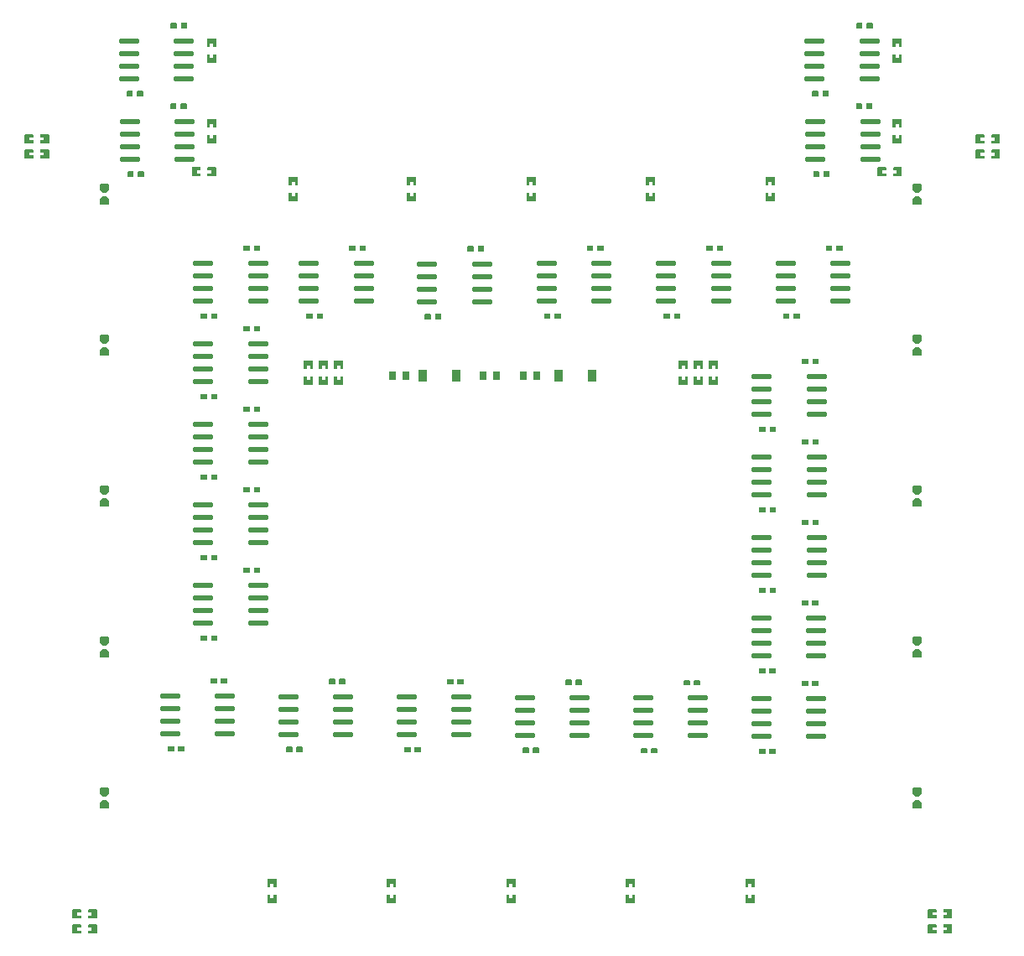
<source format=gtp>
G04 Layer: TopPasteMaskLayer*
G04 EasyEDA v6.5.29, 2023-07-19 21:41:10*
G04 ede76849b6084053bf44eed2514c4286,5a6b42c53f6a479593ecc07194224c93,10*
G04 Gerber Generator version 0.2*
G04 Scale: 100 percent, Rotated: No, Reflected: No *
G04 Dimensions in millimeters *
G04 leading zeros omitted , absolute positions ,4 integer and 5 decimal *
%FSLAX45Y45*%
%MOMM*%

%ADD10O,2.0450048X0.58801*%
%ADD11R,0.8000X0.9000*%
%ADD12R,0.9500X1.1500*%

%LPD*%
G36*
X3490620Y8125459D02*
G01*
X3485591Y8120481D01*
X3485591Y8040471D01*
X3490620Y8035493D01*
X3513378Y8035493D01*
X3513378Y8072475D01*
X3546398Y8072475D01*
X3546398Y8035493D01*
X3570579Y8035493D01*
X3575608Y8040471D01*
X3575608Y8120481D01*
X3570579Y8125459D01*
G37*
G36*
X3490620Y7965490D02*
G01*
X3485591Y7960512D01*
X3485591Y7881467D01*
X3490620Y7876489D01*
X3570579Y7876489D01*
X3575608Y7881467D01*
X3575608Y7960512D01*
X3570579Y7965490D01*
X3546398Y7965490D01*
X3546398Y7927492D01*
X3513378Y7927492D01*
X3513378Y7965490D01*
G37*
G36*
X3643020Y8125459D02*
G01*
X3637991Y8120481D01*
X3637991Y8040471D01*
X3643020Y8035493D01*
X3665778Y8035493D01*
X3665778Y8072475D01*
X3698798Y8072475D01*
X3698798Y8035493D01*
X3722979Y8035493D01*
X3728008Y8040471D01*
X3728008Y8120481D01*
X3722979Y8125459D01*
G37*
G36*
X3643020Y7965490D02*
G01*
X3637991Y7960512D01*
X3637991Y7881467D01*
X3643020Y7876489D01*
X3722979Y7876489D01*
X3728008Y7881467D01*
X3728008Y7960512D01*
X3722979Y7965490D01*
X3698798Y7965490D01*
X3698798Y7927492D01*
X3665778Y7927492D01*
X3665778Y7965490D01*
G37*
G36*
X3795420Y8125459D02*
G01*
X3790391Y8120481D01*
X3790391Y8040471D01*
X3795420Y8035493D01*
X3818178Y8035493D01*
X3818178Y8072475D01*
X3851198Y8072475D01*
X3851198Y8035493D01*
X3875379Y8035493D01*
X3880408Y8040471D01*
X3880408Y8120481D01*
X3875379Y8125459D01*
G37*
G36*
X3795420Y7965490D02*
G01*
X3790391Y7960512D01*
X3790391Y7881467D01*
X3795420Y7876489D01*
X3875379Y7876489D01*
X3880408Y7881467D01*
X3880408Y7960512D01*
X3875379Y7965490D01*
X3851198Y7965490D01*
X3851198Y7927492D01*
X3818178Y7927492D01*
X3818178Y7965490D01*
G37*
G36*
X1708962Y10035082D02*
G01*
X1703984Y10030104D01*
X1703984Y9985095D01*
X1708962Y9980066D01*
X1761947Y9980066D01*
X1766976Y9985095D01*
X1766976Y10030104D01*
X1761947Y10035082D01*
G37*
G36*
X1811985Y10035082D02*
G01*
X1806956Y10030104D01*
X1806956Y9985095D01*
X1811985Y9980066D01*
X1864969Y9980066D01*
X1869948Y9985095D01*
X1869948Y10030104D01*
X1864969Y10035082D01*
G37*
G36*
X2243785Y10720882D02*
G01*
X2238756Y10715904D01*
X2238756Y10670895D01*
X2243785Y10665866D01*
X2296769Y10665866D01*
X2301798Y10670895D01*
X2301798Y10715853D01*
X2296769Y10720882D01*
G37*
G36*
X2140762Y10720882D02*
G01*
X2135784Y10715904D01*
X2135784Y10670895D01*
X2140762Y10665866D01*
X2193798Y10665866D01*
X2198776Y10670895D01*
X2198776Y10715904D01*
X2193798Y10720882D01*
G37*
G36*
X2247493Y11533682D02*
G01*
X2242515Y11528704D01*
X2242515Y11483695D01*
X2247493Y11478717D01*
X2300478Y11478717D01*
X2305507Y11483695D01*
X2305507Y11528704D01*
X2300478Y11533682D01*
G37*
G36*
X2144522Y11533682D02*
G01*
X2139492Y11528704D01*
X2139492Y11483695D01*
X2144522Y11478717D01*
X2197506Y11478717D01*
X2202484Y11483695D01*
X2202484Y11528704D01*
X2197506Y11533682D01*
G37*
G36*
X1700022Y10847882D02*
G01*
X1694992Y10842904D01*
X1694992Y10797895D01*
X1700022Y10792917D01*
X1753006Y10792917D01*
X1757984Y10797895D01*
X1757984Y10842904D01*
X1753006Y10847882D01*
G37*
G36*
X1802993Y10847882D02*
G01*
X1798015Y10842904D01*
X1798015Y10797895D01*
X1802993Y10792917D01*
X1855978Y10792917D01*
X1861007Y10797895D01*
X1861007Y10842904D01*
X1855978Y10847882D01*
G37*
G36*
X2356967Y10077958D02*
G01*
X2351989Y10072979D01*
X2351989Y9992969D01*
X2356967Y9987991D01*
X2436977Y9987991D01*
X2441956Y9992969D01*
X2441956Y10015778D01*
X2404973Y10015778D01*
X2404973Y10048798D01*
X2441956Y10048798D01*
X2441956Y10072979D01*
X2436977Y10077958D01*
G37*
G36*
X2516987Y10077958D02*
G01*
X2511958Y10072979D01*
X2511958Y10048798D01*
X2549956Y10048798D01*
X2549956Y10015778D01*
X2511958Y10015778D01*
X2511958Y9992969D01*
X2516987Y9987991D01*
X2595981Y9987991D01*
X2600960Y9992969D01*
X2600960Y10072979D01*
X2595981Y10077958D01*
G37*
G36*
X2512669Y10563860D02*
G01*
X2507691Y10558881D01*
X2507691Y10478871D01*
X2512669Y10473893D01*
X2535478Y10473893D01*
X2535478Y10510875D01*
X2568498Y10510875D01*
X2568498Y10473893D01*
X2592679Y10473893D01*
X2597658Y10478871D01*
X2597658Y10558881D01*
X2592679Y10563860D01*
G37*
G36*
X2512669Y10403890D02*
G01*
X2507691Y10398861D01*
X2507691Y10319867D01*
X2512669Y10314889D01*
X2592679Y10314889D01*
X2597658Y10319867D01*
X2597658Y10398861D01*
X2592679Y10403890D01*
X2568498Y10403890D01*
X2568498Y10365892D01*
X2535478Y10365892D01*
X2535478Y10403890D01*
G37*
G36*
X2512669Y11376660D02*
G01*
X2507691Y11371681D01*
X2507691Y11291671D01*
X2512669Y11286693D01*
X2535478Y11286693D01*
X2535478Y11323675D01*
X2568498Y11323675D01*
X2568498Y11286693D01*
X2592679Y11286693D01*
X2597658Y11291671D01*
X2597658Y11371681D01*
X2592679Y11376660D01*
G37*
G36*
X2512669Y11216690D02*
G01*
X2507691Y11211661D01*
X2507691Y11132667D01*
X2512669Y11127689D01*
X2592679Y11127689D01*
X2597658Y11132667D01*
X2597658Y11211661D01*
X2592679Y11216690D01*
X2568498Y11216690D01*
X2568498Y11178692D01*
X2535478Y11178692D01*
X2535478Y11216690D01*
G37*
G36*
X7579969Y8125459D02*
G01*
X7574991Y8120481D01*
X7574991Y8040471D01*
X7579969Y8035493D01*
X7602778Y8035493D01*
X7602778Y8072475D01*
X7635798Y8072475D01*
X7635798Y8035493D01*
X7659979Y8035493D01*
X7665008Y8040471D01*
X7665008Y8120481D01*
X7659979Y8125459D01*
G37*
G36*
X7579969Y7965490D02*
G01*
X7574991Y7960512D01*
X7574991Y7881467D01*
X7579969Y7876489D01*
X7659979Y7876489D01*
X7665008Y7881467D01*
X7665008Y7960512D01*
X7659979Y7965490D01*
X7635798Y7965490D01*
X7635798Y7927492D01*
X7602778Y7927492D01*
X7602778Y7965490D01*
G37*
G36*
X7427569Y8125459D02*
G01*
X7422591Y8120481D01*
X7422591Y8040471D01*
X7427569Y8035493D01*
X7450378Y8035493D01*
X7450378Y8072475D01*
X7483398Y8072475D01*
X7483398Y8035493D01*
X7507579Y8035493D01*
X7512608Y8040471D01*
X7512608Y8120481D01*
X7507579Y8125459D01*
G37*
G36*
X7427569Y7965490D02*
G01*
X7422591Y7960512D01*
X7422591Y7881467D01*
X7427569Y7876489D01*
X7507579Y7876489D01*
X7512608Y7881467D01*
X7512608Y7960512D01*
X7507579Y7965490D01*
X7483398Y7965490D01*
X7483398Y7927492D01*
X7450378Y7927492D01*
X7450378Y7965490D01*
G37*
G36*
X7275169Y8125459D02*
G01*
X7270191Y8120481D01*
X7270191Y8040471D01*
X7275169Y8035493D01*
X7297978Y8035493D01*
X7297978Y8072475D01*
X7330998Y8072475D01*
X7330998Y8035493D01*
X7355179Y8035493D01*
X7360208Y8040471D01*
X7360208Y8120481D01*
X7355179Y8125459D01*
G37*
G36*
X7275169Y7965490D02*
G01*
X7270191Y7960512D01*
X7270191Y7881467D01*
X7275169Y7876489D01*
X7355179Y7876489D01*
X7360208Y7881467D01*
X7360208Y7960512D01*
X7355179Y7965490D01*
X7330998Y7965490D01*
X7330998Y7927492D01*
X7297978Y7927492D01*
X7297978Y7965490D01*
G37*
G36*
X9434169Y11376660D02*
G01*
X9429191Y11371681D01*
X9429191Y11291671D01*
X9434169Y11286693D01*
X9456978Y11286693D01*
X9456978Y11323675D01*
X9489998Y11323675D01*
X9489998Y11286693D01*
X9514179Y11286693D01*
X9519158Y11291671D01*
X9519158Y11371681D01*
X9514179Y11376660D01*
G37*
G36*
X9434169Y11216690D02*
G01*
X9429191Y11211661D01*
X9429191Y11132667D01*
X9434169Y11127689D01*
X9514179Y11127689D01*
X9519158Y11132667D01*
X9519158Y11211661D01*
X9514179Y11216690D01*
X9489998Y11216690D01*
X9489998Y11178692D01*
X9456978Y11178692D01*
X9456978Y11216690D01*
G37*
G36*
X9434169Y10563860D02*
G01*
X9429191Y10558881D01*
X9429191Y10478871D01*
X9434169Y10473893D01*
X9456978Y10473893D01*
X9456978Y10510875D01*
X9489998Y10510875D01*
X9489998Y10473893D01*
X9514179Y10473893D01*
X9519158Y10478871D01*
X9519158Y10558881D01*
X9514179Y10563860D01*
G37*
G36*
X9434169Y10403890D02*
G01*
X9429191Y10398861D01*
X9429191Y10319867D01*
X9434169Y10314889D01*
X9514179Y10314889D01*
X9519158Y10319867D01*
X9519158Y10398861D01*
X9514179Y10403890D01*
X9489998Y10403890D01*
X9489998Y10365892D01*
X9456978Y10365892D01*
X9456978Y10403890D01*
G37*
G36*
X9278467Y10077958D02*
G01*
X9273489Y10072979D01*
X9273489Y9992969D01*
X9278467Y9987991D01*
X9358477Y9987991D01*
X9363456Y9992969D01*
X9363456Y10015778D01*
X9326473Y10015778D01*
X9326473Y10048798D01*
X9363456Y10048798D01*
X9363456Y10072979D01*
X9358477Y10077958D01*
G37*
G36*
X9438487Y10077958D02*
G01*
X9433458Y10072979D01*
X9433458Y10048798D01*
X9471456Y10048798D01*
X9471456Y10015778D01*
X9433458Y10015778D01*
X9433458Y9992969D01*
X9438487Y9987991D01*
X9517481Y9987991D01*
X9522460Y9992969D01*
X9522460Y10072979D01*
X9517481Y10077958D01*
G37*
G36*
X8621522Y10847882D02*
G01*
X8616492Y10842904D01*
X8616492Y10797895D01*
X8621522Y10792917D01*
X8674506Y10792917D01*
X8679484Y10797895D01*
X8679484Y10842904D01*
X8674506Y10847882D01*
G37*
G36*
X8724493Y10847882D02*
G01*
X8719515Y10842904D01*
X8719515Y10797895D01*
X8724493Y10792917D01*
X8777478Y10792917D01*
X8782507Y10797895D01*
X8782507Y10842904D01*
X8777478Y10847882D01*
G37*
G36*
X9168993Y11533682D02*
G01*
X9164015Y11528704D01*
X9164015Y11483695D01*
X9168993Y11478717D01*
X9221978Y11478717D01*
X9227007Y11483695D01*
X9227007Y11528704D01*
X9221978Y11533682D01*
G37*
G36*
X9066022Y11533682D02*
G01*
X9060992Y11528704D01*
X9060992Y11483695D01*
X9066022Y11478717D01*
X9119006Y11478717D01*
X9123984Y11483695D01*
X9123984Y11528704D01*
X9119006Y11533682D01*
G37*
G36*
X9165285Y10720882D02*
G01*
X9160256Y10715904D01*
X9160256Y10670895D01*
X9165285Y10665866D01*
X9218269Y10665866D01*
X9223298Y10670895D01*
X9223298Y10715853D01*
X9218269Y10720882D01*
G37*
G36*
X9062262Y10720882D02*
G01*
X9057284Y10715904D01*
X9057284Y10670895D01*
X9062262Y10665866D01*
X9115298Y10665866D01*
X9120276Y10670895D01*
X9120276Y10715904D01*
X9115298Y10720882D01*
G37*
G36*
X8630462Y10035082D02*
G01*
X8625484Y10030104D01*
X8625484Y9985095D01*
X8630462Y9980066D01*
X8683447Y9980066D01*
X8688476Y9985095D01*
X8688476Y10030104D01*
X8683447Y10035082D01*
G37*
G36*
X8733485Y10035082D02*
G01*
X8728456Y10030104D01*
X8728456Y9985095D01*
X8733485Y9980066D01*
X8786469Y9980066D01*
X8791448Y9985095D01*
X8791448Y10030104D01*
X8786469Y10035082D01*
G37*
G36*
X826922Y10255758D02*
G01*
X821893Y10250779D01*
X821893Y10227970D01*
X858875Y10227970D01*
X858875Y10194950D01*
X821893Y10194950D01*
X821893Y10170769D01*
X826922Y10165791D01*
X906881Y10165791D01*
X911910Y10170769D01*
X911910Y10250779D01*
X906881Y10255758D01*
G37*
G36*
X667918Y10255758D02*
G01*
X662889Y10250779D01*
X662889Y10170769D01*
X667918Y10165791D01*
X746912Y10165791D01*
X751890Y10170769D01*
X751890Y10194950D01*
X713892Y10194950D01*
X713892Y10227970D01*
X751890Y10227970D01*
X751890Y10250779D01*
X746912Y10255758D01*
G37*
G36*
X826922Y10408158D02*
G01*
X821893Y10403179D01*
X821893Y10380370D01*
X858875Y10380370D01*
X858875Y10347350D01*
X821893Y10347350D01*
X821893Y10323169D01*
X826922Y10318191D01*
X906881Y10318191D01*
X911910Y10323169D01*
X911910Y10403179D01*
X906881Y10408158D01*
G37*
G36*
X667918Y10408158D02*
G01*
X662889Y10403179D01*
X662889Y10323169D01*
X667918Y10318191D01*
X746912Y10318191D01*
X751890Y10323169D01*
X751890Y10347350D01*
X713892Y10347350D01*
X713892Y10380370D01*
X751890Y10380370D01*
X751890Y10403179D01*
X746912Y10408158D01*
G37*
G36*
X10269067Y10408158D02*
G01*
X10264089Y10403179D01*
X10264089Y10323169D01*
X10269067Y10318191D01*
X10349077Y10318191D01*
X10354056Y10323169D01*
X10354056Y10345978D01*
X10317073Y10345978D01*
X10317073Y10378998D01*
X10354056Y10378998D01*
X10354056Y10403179D01*
X10349077Y10408158D01*
G37*
G36*
X10429087Y10408158D02*
G01*
X10424058Y10403179D01*
X10424058Y10378998D01*
X10462056Y10378998D01*
X10462056Y10345978D01*
X10424058Y10345978D01*
X10424058Y10323169D01*
X10429087Y10318191D01*
X10508081Y10318191D01*
X10513060Y10323169D01*
X10513060Y10403179D01*
X10508081Y10408158D01*
G37*
G36*
X10269067Y10255758D02*
G01*
X10264089Y10250779D01*
X10264089Y10170769D01*
X10269067Y10165791D01*
X10349077Y10165791D01*
X10354056Y10170769D01*
X10354056Y10193578D01*
X10317073Y10193578D01*
X10317073Y10226598D01*
X10354056Y10226598D01*
X10354056Y10250779D01*
X10349077Y10255758D01*
G37*
G36*
X10429087Y10255758D02*
G01*
X10424058Y10250779D01*
X10424058Y10226598D01*
X10462056Y10226598D01*
X10462056Y10193578D01*
X10424058Y10193578D01*
X10424058Y10170769D01*
X10429087Y10165791D01*
X10508081Y10165791D01*
X10513060Y10170769D01*
X10513060Y10250779D01*
X10508081Y10255758D01*
G37*
G36*
X1150518Y2432608D02*
G01*
X1145489Y2427579D01*
X1145489Y2347620D01*
X1150518Y2342591D01*
X1230477Y2342591D01*
X1235506Y2347620D01*
X1235506Y2370378D01*
X1198473Y2370378D01*
X1198473Y2403398D01*
X1235506Y2403398D01*
X1235506Y2427579D01*
X1230477Y2432608D01*
G37*
G36*
X1310487Y2432608D02*
G01*
X1305509Y2427579D01*
X1305509Y2403398D01*
X1343507Y2403398D01*
X1343507Y2370378D01*
X1305509Y2370378D01*
X1305509Y2347620D01*
X1310487Y2342591D01*
X1389481Y2342591D01*
X1394510Y2347620D01*
X1394510Y2427579D01*
X1389481Y2432608D01*
G37*
G36*
X1150518Y2585008D02*
G01*
X1145489Y2579979D01*
X1145489Y2500020D01*
X1150518Y2494991D01*
X1230477Y2494991D01*
X1235506Y2500020D01*
X1235506Y2522778D01*
X1198473Y2522778D01*
X1198473Y2555798D01*
X1235506Y2555798D01*
X1235506Y2579979D01*
X1230477Y2585008D01*
G37*
G36*
X1310487Y2585008D02*
G01*
X1305509Y2579979D01*
X1305509Y2555798D01*
X1343507Y2555798D01*
X1343507Y2522778D01*
X1305509Y2522778D01*
X1305509Y2500020D01*
X1310487Y2494991D01*
X1389481Y2494991D01*
X1394510Y2500020D01*
X1394510Y2579979D01*
X1389481Y2585008D01*
G37*
G36*
X9945471Y2432608D02*
G01*
X9940493Y2427579D01*
X9940493Y2404821D01*
X9977475Y2404821D01*
X9977475Y2371801D01*
X9940493Y2371801D01*
X9940493Y2347569D01*
X9945471Y2342591D01*
X10025481Y2342591D01*
X10030460Y2347569D01*
X10030460Y2427579D01*
X10025481Y2432608D01*
G37*
G36*
X9786467Y2432608D02*
G01*
X9781489Y2427579D01*
X9781489Y2347569D01*
X9786467Y2342591D01*
X9865461Y2342591D01*
X9870490Y2347569D01*
X9870490Y2371801D01*
X9832492Y2371801D01*
X9832492Y2404821D01*
X9870490Y2404821D01*
X9870490Y2427579D01*
X9865461Y2432608D01*
G37*
G36*
X9945471Y2585008D02*
G01*
X9940493Y2579979D01*
X9940493Y2557221D01*
X9977475Y2557221D01*
X9977475Y2524201D01*
X9940493Y2524201D01*
X9940493Y2499969D01*
X9945471Y2494991D01*
X10025481Y2494991D01*
X10030460Y2499969D01*
X10030460Y2579979D01*
X10025481Y2585008D01*
G37*
G36*
X9786467Y2585008D02*
G01*
X9781489Y2579979D01*
X9781489Y2499969D01*
X9786467Y2494991D01*
X9865461Y2494991D01*
X9870490Y2499969D01*
X9870490Y2524201D01*
X9832492Y2524201D01*
X9832492Y2557221D01*
X9870490Y2557221D01*
X9870490Y2579979D01*
X9865461Y2585008D01*
G37*
G36*
X1434541Y9910216D02*
G01*
X1427835Y9903460D01*
X1427835Y9850729D01*
X1458671Y9821011D01*
X1487728Y9821011D01*
X1518564Y9850729D01*
X1518564Y9903460D01*
X1511858Y9910216D01*
G37*
G36*
X1458671Y9787737D02*
G01*
X1427835Y9758019D01*
X1427835Y9705289D01*
X1434541Y9698583D01*
X1511858Y9698583D01*
X1518564Y9705289D01*
X1518564Y9758019D01*
X1487728Y9787737D01*
G37*
G36*
X2449322Y8599982D02*
G01*
X2444292Y8595004D01*
X2444292Y8549995D01*
X2449322Y8545017D01*
X2502306Y8545017D01*
X2507284Y8549995D01*
X2507284Y8595004D01*
X2502306Y8599982D01*
G37*
G36*
X2552293Y8599982D02*
G01*
X2547315Y8595004D01*
X2547315Y8549995D01*
X2552293Y8545017D01*
X2605278Y8545017D01*
X2610307Y8549995D01*
X2610307Y8595004D01*
X2605278Y8599982D01*
G37*
G36*
X2984093Y9285782D02*
G01*
X2979115Y9280804D01*
X2979115Y9235795D01*
X2984093Y9230817D01*
X3037078Y9230817D01*
X3042107Y9235795D01*
X3042107Y9280804D01*
X3037078Y9285782D01*
G37*
G36*
X2881122Y9285782D02*
G01*
X2876092Y9280804D01*
X2876092Y9235795D01*
X2881122Y9230817D01*
X2934106Y9230817D01*
X2939084Y9235795D01*
X2939084Y9280804D01*
X2934106Y9285782D01*
G37*
G36*
X2984093Y8472982D02*
G01*
X2979115Y8468004D01*
X2979115Y8422995D01*
X2984093Y8418017D01*
X3037078Y8418017D01*
X3042107Y8422995D01*
X3042107Y8468004D01*
X3037078Y8472982D01*
G37*
G36*
X2881122Y8472982D02*
G01*
X2876092Y8468004D01*
X2876092Y8422995D01*
X2881122Y8418017D01*
X2934106Y8418017D01*
X2939084Y8422995D01*
X2939084Y8468004D01*
X2934106Y8472982D01*
G37*
G36*
X2449322Y7787182D02*
G01*
X2444292Y7782204D01*
X2444292Y7737195D01*
X2449322Y7732217D01*
X2502306Y7732217D01*
X2507284Y7737195D01*
X2507284Y7782204D01*
X2502306Y7787182D01*
G37*
G36*
X2552293Y7787182D02*
G01*
X2547315Y7782204D01*
X2547315Y7737195D01*
X2552293Y7732217D01*
X2605278Y7732217D01*
X2610307Y7737195D01*
X2610307Y7782204D01*
X2605278Y7787182D01*
G37*
G36*
X1434541Y8386216D02*
G01*
X1427835Y8379459D01*
X1427835Y8326729D01*
X1458671Y8297011D01*
X1487728Y8297011D01*
X1518564Y8326729D01*
X1518564Y8379459D01*
X1511858Y8386216D01*
G37*
G36*
X1458671Y8263737D02*
G01*
X1427835Y8234019D01*
X1427835Y8181289D01*
X1434541Y8174583D01*
X1511858Y8174583D01*
X1518564Y8181289D01*
X1518564Y8234019D01*
X1487728Y8263737D01*
G37*
G36*
X3338220Y9979660D02*
G01*
X3333191Y9974681D01*
X3333191Y9894671D01*
X3338220Y9889693D01*
X3360978Y9889693D01*
X3360978Y9926675D01*
X3393998Y9926675D01*
X3393998Y9889693D01*
X3418179Y9889693D01*
X3423208Y9894671D01*
X3423208Y9974681D01*
X3418179Y9979660D01*
G37*
G36*
X3338220Y9819690D02*
G01*
X3333191Y9814661D01*
X3333191Y9735667D01*
X3338220Y9730689D01*
X3418179Y9730689D01*
X3423208Y9735667D01*
X3423208Y9814661D01*
X3418179Y9819690D01*
X3393998Y9819690D01*
X3393998Y9781692D01*
X3360978Y9781692D01*
X3360978Y9819690D01*
G37*
G36*
X4050893Y9285782D02*
G01*
X4045915Y9280804D01*
X4045915Y9235795D01*
X4050893Y9230817D01*
X4103878Y9230817D01*
X4108907Y9235795D01*
X4108907Y9280804D01*
X4103878Y9285782D01*
G37*
G36*
X3947922Y9285782D02*
G01*
X3942892Y9280804D01*
X3942892Y9235795D01*
X3947922Y9230817D01*
X4000906Y9230817D01*
X4005884Y9235795D01*
X4005884Y9280804D01*
X4000906Y9285782D01*
G37*
G36*
X3516071Y8599982D02*
G01*
X3511092Y8595004D01*
X3511092Y8549995D01*
X3516071Y8545017D01*
X3569106Y8545017D01*
X3574084Y8549995D01*
X3574084Y8595004D01*
X3569106Y8599982D01*
G37*
G36*
X3619093Y8599982D02*
G01*
X3614115Y8595004D01*
X3614115Y8549995D01*
X3619093Y8545017D01*
X3672078Y8545017D01*
X3677107Y8549995D01*
X3677107Y8595004D01*
X3672078Y8599982D01*
G37*
G36*
X4709922Y8595360D02*
G01*
X4704892Y8590330D01*
X4704892Y8545372D01*
X4709922Y8540343D01*
X4762906Y8540343D01*
X4767884Y8545372D01*
X4767884Y8590330D01*
X4762906Y8595360D01*
G37*
G36*
X4812893Y8595360D02*
G01*
X4807915Y8590330D01*
X4807915Y8545322D01*
X4812893Y8540343D01*
X4865878Y8540343D01*
X4870907Y8545372D01*
X4870907Y8590330D01*
X4865878Y8595360D01*
G37*
G36*
X5244693Y9281160D02*
G01*
X5239715Y9276130D01*
X5239715Y9231122D01*
X5244693Y9226143D01*
X5297728Y9226143D01*
X5302707Y9231172D01*
X5302707Y9276130D01*
X5297728Y9281160D01*
G37*
G36*
X5141722Y9281160D02*
G01*
X5136692Y9276130D01*
X5136692Y9231122D01*
X5141722Y9226143D01*
X5194706Y9226143D01*
X5199684Y9231122D01*
X5199684Y9276130D01*
X5194706Y9281160D01*
G37*
G36*
X4531969Y9979660D02*
G01*
X4526991Y9974681D01*
X4526991Y9894671D01*
X4531969Y9889693D01*
X4554778Y9889693D01*
X4554778Y9926675D01*
X4587798Y9926675D01*
X4587798Y9889693D01*
X4611979Y9889693D01*
X4617008Y9894671D01*
X4617008Y9974681D01*
X4611979Y9979660D01*
G37*
G36*
X4531969Y9819690D02*
G01*
X4526991Y9814661D01*
X4526991Y9735667D01*
X4531969Y9730689D01*
X4611979Y9730689D01*
X4617008Y9735667D01*
X4617008Y9814661D01*
X4611979Y9819690D01*
X4587798Y9819690D01*
X4587798Y9781692D01*
X4554778Y9781692D01*
X4554778Y9819690D01*
G37*
G36*
X5738469Y9979660D02*
G01*
X5733491Y9974681D01*
X5733491Y9894671D01*
X5738469Y9889693D01*
X5761278Y9889693D01*
X5761278Y9926675D01*
X5794298Y9926675D01*
X5794298Y9889693D01*
X5818479Y9889693D01*
X5823508Y9894671D01*
X5823508Y9974681D01*
X5818479Y9979660D01*
G37*
G36*
X5738469Y9819690D02*
G01*
X5733491Y9814661D01*
X5733491Y9735667D01*
X5738469Y9730689D01*
X5818479Y9730689D01*
X5823508Y9735667D01*
X5823508Y9814661D01*
X5818479Y9819690D01*
X5794298Y9819690D01*
X5794298Y9781692D01*
X5761278Y9781692D01*
X5761278Y9819690D01*
G37*
G36*
X6944969Y9979660D02*
G01*
X6939991Y9974681D01*
X6939991Y9894671D01*
X6944969Y9889693D01*
X6967778Y9889693D01*
X6967778Y9926675D01*
X7000798Y9926675D01*
X7000798Y9889693D01*
X7024979Y9889693D01*
X7030008Y9894671D01*
X7030008Y9974681D01*
X7024979Y9979660D01*
G37*
G36*
X6944969Y9819690D02*
G01*
X6939991Y9814661D01*
X6939991Y9735667D01*
X6944969Y9730689D01*
X7024979Y9730689D01*
X7030008Y9735667D01*
X7030008Y9814661D01*
X7024979Y9819690D01*
X7000798Y9819690D01*
X7000798Y9781692D01*
X6967778Y9781692D01*
X6967778Y9819690D01*
G37*
G36*
X8151469Y9979660D02*
G01*
X8146491Y9974681D01*
X8146491Y9894671D01*
X8151469Y9889693D01*
X8174278Y9889693D01*
X8174278Y9926675D01*
X8207298Y9926675D01*
X8207298Y9889693D01*
X8231479Y9889693D01*
X8236508Y9894671D01*
X8236508Y9974681D01*
X8231479Y9979660D01*
G37*
G36*
X8151469Y9819690D02*
G01*
X8146491Y9814661D01*
X8146491Y9735667D01*
X8151469Y9730689D01*
X8231479Y9730689D01*
X8236508Y9735667D01*
X8236508Y9814661D01*
X8231479Y9819690D01*
X8207298Y9819690D01*
X8207298Y9781692D01*
X8174278Y9781692D01*
X8174278Y9819690D01*
G37*
G36*
X5916371Y8599982D02*
G01*
X5911392Y8595004D01*
X5911392Y8549995D01*
X5916371Y8545017D01*
X5969406Y8545017D01*
X5974384Y8549995D01*
X5974384Y8595004D01*
X5969406Y8599982D01*
G37*
G36*
X6019393Y8599982D02*
G01*
X6014415Y8595004D01*
X6014415Y8549995D01*
X6019393Y8545017D01*
X6072378Y8545017D01*
X6077407Y8549995D01*
X6077407Y8595004D01*
X6072378Y8599982D01*
G37*
G36*
X6451193Y9285782D02*
G01*
X6446215Y9280804D01*
X6446215Y9235795D01*
X6451193Y9230817D01*
X6504178Y9230817D01*
X6509207Y9235795D01*
X6509207Y9280804D01*
X6504178Y9285782D01*
G37*
G36*
X6348222Y9285782D02*
G01*
X6343192Y9280804D01*
X6343192Y9235795D01*
X6348222Y9230817D01*
X6401206Y9230817D01*
X6406184Y9235795D01*
X6406184Y9280804D01*
X6401206Y9285782D01*
G37*
G36*
X7122871Y8599982D02*
G01*
X7117892Y8595004D01*
X7117892Y8549995D01*
X7122871Y8545017D01*
X7175906Y8545017D01*
X7180884Y8549995D01*
X7180884Y8595004D01*
X7175906Y8599982D01*
G37*
G36*
X7225893Y8599982D02*
G01*
X7220915Y8595004D01*
X7220915Y8549995D01*
X7225893Y8545017D01*
X7278878Y8545017D01*
X7283907Y8549995D01*
X7283907Y8595004D01*
X7278878Y8599982D01*
G37*
G36*
X7657693Y9285782D02*
G01*
X7652715Y9280804D01*
X7652715Y9235795D01*
X7657693Y9230817D01*
X7710678Y9230817D01*
X7715707Y9235795D01*
X7715707Y9280804D01*
X7710678Y9285782D01*
G37*
G36*
X7554722Y9285782D02*
G01*
X7549692Y9280804D01*
X7549692Y9235795D01*
X7554722Y9230817D01*
X7607706Y9230817D01*
X7612684Y9235795D01*
X7612684Y9280804D01*
X7607706Y9285782D01*
G37*
G36*
X8329371Y8599982D02*
G01*
X8324392Y8595004D01*
X8324392Y8549995D01*
X8329371Y8545017D01*
X8382406Y8545017D01*
X8387384Y8549995D01*
X8387384Y8595004D01*
X8382406Y8599982D01*
G37*
G36*
X8432393Y8599982D02*
G01*
X8427415Y8595004D01*
X8427415Y8549995D01*
X8432393Y8545017D01*
X8485378Y8545017D01*
X8490407Y8549995D01*
X8490407Y8595004D01*
X8485378Y8599982D01*
G37*
G36*
X8864193Y9285782D02*
G01*
X8859215Y9280804D01*
X8859215Y9235795D01*
X8864193Y9230817D01*
X8917178Y9230817D01*
X8922207Y9235795D01*
X8922207Y9280804D01*
X8917178Y9285782D01*
G37*
G36*
X8761222Y9285782D02*
G01*
X8756192Y9280804D01*
X8756192Y9235795D01*
X8761222Y9230817D01*
X8814206Y9230817D01*
X8819184Y9235795D01*
X8819184Y9280804D01*
X8814206Y9285782D01*
G37*
G36*
X2449322Y6974382D02*
G01*
X2444292Y6969404D01*
X2444292Y6924395D01*
X2449322Y6919417D01*
X2502306Y6919417D01*
X2507284Y6924395D01*
X2507284Y6969404D01*
X2502306Y6974382D01*
G37*
G36*
X2552293Y6974382D02*
G01*
X2547315Y6969404D01*
X2547315Y6924395D01*
X2552293Y6919417D01*
X2605278Y6919417D01*
X2610307Y6924395D01*
X2610307Y6969404D01*
X2605278Y6974382D01*
G37*
G36*
X2984093Y7660182D02*
G01*
X2979115Y7655204D01*
X2979115Y7610195D01*
X2984093Y7605217D01*
X3037078Y7605217D01*
X3042107Y7610195D01*
X3042107Y7655204D01*
X3037078Y7660182D01*
G37*
G36*
X2881122Y7660182D02*
G01*
X2876092Y7655204D01*
X2876092Y7610195D01*
X2881122Y7605217D01*
X2934106Y7605217D01*
X2939084Y7610195D01*
X2939084Y7655204D01*
X2934106Y7660182D01*
G37*
G36*
X1434541Y6862216D02*
G01*
X1427835Y6855459D01*
X1427835Y6802729D01*
X1458671Y6773011D01*
X1487728Y6773011D01*
X1518564Y6802729D01*
X1518564Y6855459D01*
X1511858Y6862216D01*
G37*
G36*
X1458671Y6739737D02*
G01*
X1427835Y6710019D01*
X1427835Y6657289D01*
X1434541Y6650583D01*
X1511858Y6650583D01*
X1518564Y6657289D01*
X1518564Y6710019D01*
X1487728Y6739737D01*
G37*
G36*
X2984093Y6847382D02*
G01*
X2979115Y6842404D01*
X2979115Y6797395D01*
X2984093Y6792417D01*
X3037078Y6792417D01*
X3042107Y6797395D01*
X3042107Y6842404D01*
X3037078Y6847382D01*
G37*
G36*
X2881122Y6847382D02*
G01*
X2876092Y6842404D01*
X2876092Y6797395D01*
X2881122Y6792417D01*
X2934106Y6792417D01*
X2939084Y6797395D01*
X2939084Y6842404D01*
X2934106Y6847382D01*
G37*
G36*
X2449322Y6161582D02*
G01*
X2444292Y6156604D01*
X2444292Y6111595D01*
X2449322Y6106617D01*
X2502306Y6106617D01*
X2507284Y6111595D01*
X2507284Y6156604D01*
X2502306Y6161582D01*
G37*
G36*
X2552293Y6161582D02*
G01*
X2547315Y6156604D01*
X2547315Y6111595D01*
X2552293Y6106617D01*
X2605278Y6106617D01*
X2610307Y6111595D01*
X2610307Y6156604D01*
X2605278Y6161582D01*
G37*
G36*
X1434541Y5338216D02*
G01*
X1427835Y5331460D01*
X1427835Y5278729D01*
X1458671Y5249011D01*
X1487728Y5249011D01*
X1518564Y5278729D01*
X1518564Y5331460D01*
X1511858Y5338216D01*
G37*
G36*
X1458671Y5215737D02*
G01*
X1427835Y5186019D01*
X1427835Y5133289D01*
X1434541Y5126583D01*
X1511858Y5126583D01*
X1518564Y5133289D01*
X1518564Y5186019D01*
X1487728Y5215737D01*
G37*
G36*
X1434541Y3814216D02*
G01*
X1427835Y3807460D01*
X1427835Y3754729D01*
X1458671Y3725011D01*
X1487728Y3725011D01*
X1518564Y3754729D01*
X1518564Y3807460D01*
X1511858Y3814216D01*
G37*
G36*
X1458671Y3691737D02*
G01*
X1427835Y3662019D01*
X1427835Y3609289D01*
X1434541Y3602583D01*
X1511858Y3602583D01*
X1518564Y3609289D01*
X1518564Y3662019D01*
X1487728Y3691737D01*
G37*
G36*
X2449322Y5348782D02*
G01*
X2444292Y5343804D01*
X2444292Y5298795D01*
X2449322Y5293817D01*
X2502306Y5293817D01*
X2507284Y5298795D01*
X2507284Y5343804D01*
X2502306Y5348782D01*
G37*
G36*
X2552293Y5348782D02*
G01*
X2547315Y5343804D01*
X2547315Y5298795D01*
X2552293Y5293817D01*
X2605278Y5293817D01*
X2610307Y5298795D01*
X2610307Y5343804D01*
X2605278Y5348782D01*
G37*
G36*
X2984093Y6034582D02*
G01*
X2979115Y6029604D01*
X2979115Y5984595D01*
X2984093Y5979617D01*
X3037078Y5979617D01*
X3042107Y5984595D01*
X3042107Y6029604D01*
X3037078Y6034582D01*
G37*
G36*
X2881122Y6034582D02*
G01*
X2876092Y6029604D01*
X2876092Y5984595D01*
X2881122Y5979617D01*
X2934106Y5979617D01*
X2939084Y5984595D01*
X2939084Y6029604D01*
X2934106Y6034582D01*
G37*
G36*
X9638741Y9910216D02*
G01*
X9632035Y9903460D01*
X9632035Y9850729D01*
X9662871Y9821011D01*
X9691878Y9821011D01*
X9722713Y9850729D01*
X9722713Y9903460D01*
X9716008Y9910216D01*
G37*
G36*
X9662871Y9787737D02*
G01*
X9632035Y9758019D01*
X9632035Y9705289D01*
X9638741Y9698583D01*
X9716008Y9698583D01*
X9722713Y9705289D01*
X9722713Y9758019D01*
X9691878Y9787737D01*
G37*
G36*
X9638741Y8386216D02*
G01*
X9632035Y8379459D01*
X9632035Y8326729D01*
X9662871Y8297011D01*
X9691878Y8297011D01*
X9722713Y8326729D01*
X9722713Y8379459D01*
X9716008Y8386216D01*
G37*
G36*
X9662871Y8263737D02*
G01*
X9632035Y8234019D01*
X9632035Y8181289D01*
X9638741Y8174583D01*
X9716008Y8174583D01*
X9722713Y8181289D01*
X9722713Y8234019D01*
X9691878Y8263737D01*
G37*
G36*
X9638741Y6862216D02*
G01*
X9632035Y6855459D01*
X9632035Y6802729D01*
X9662871Y6773011D01*
X9691878Y6773011D01*
X9722713Y6802729D01*
X9722713Y6855459D01*
X9716008Y6862216D01*
G37*
G36*
X9662871Y6739737D02*
G01*
X9632035Y6710019D01*
X9632035Y6657289D01*
X9638741Y6650583D01*
X9716008Y6650583D01*
X9722713Y6657289D01*
X9722713Y6710019D01*
X9691878Y6739737D01*
G37*
G36*
X9638741Y5338216D02*
G01*
X9632035Y5331460D01*
X9632035Y5278729D01*
X9662871Y5249011D01*
X9691878Y5249011D01*
X9722713Y5278729D01*
X9722713Y5331460D01*
X9716008Y5338216D01*
G37*
G36*
X9662871Y5215737D02*
G01*
X9632035Y5186019D01*
X9632035Y5133289D01*
X9638741Y5126583D01*
X9716008Y5126583D01*
X9722713Y5133289D01*
X9722713Y5186019D01*
X9691878Y5215737D01*
G37*
G36*
X9638741Y3814216D02*
G01*
X9632035Y3807460D01*
X9632035Y3754729D01*
X9662871Y3725011D01*
X9691878Y3725011D01*
X9722713Y3754729D01*
X9722713Y3807460D01*
X9716008Y3814216D01*
G37*
G36*
X9662871Y3691737D02*
G01*
X9632035Y3662019D01*
X9632035Y3609289D01*
X9638741Y3602583D01*
X9716008Y3602583D01*
X9722713Y3609289D01*
X9722713Y3662019D01*
X9691878Y3691737D01*
G37*
G36*
X8622893Y8142782D02*
G01*
X8617864Y8137804D01*
X8617915Y8092795D01*
X8622893Y8087817D01*
X8675878Y8087817D01*
X8680907Y8092795D01*
X8680907Y8137804D01*
X8675878Y8142782D01*
G37*
G36*
X8519871Y8142782D02*
G01*
X8514892Y8137804D01*
X8514892Y8092795D01*
X8519871Y8087817D01*
X8572906Y8087817D01*
X8577884Y8092795D01*
X8577884Y8137804D01*
X8572906Y8142782D01*
G37*
G36*
X8088071Y7456982D02*
G01*
X8083092Y7452004D01*
X8083092Y7406995D01*
X8088071Y7402017D01*
X8141106Y7402017D01*
X8146084Y7406995D01*
X8146084Y7452004D01*
X8141106Y7456982D01*
G37*
G36*
X8191093Y7456982D02*
G01*
X8186064Y7452004D01*
X8186064Y7406995D01*
X8191093Y7402017D01*
X8244078Y7402017D01*
X8249107Y7406995D01*
X8249107Y7452004D01*
X8244078Y7456982D01*
G37*
G36*
X8088071Y6644182D02*
G01*
X8083092Y6639204D01*
X8083092Y6594195D01*
X8088071Y6589217D01*
X8141106Y6589217D01*
X8146084Y6594195D01*
X8146084Y6639204D01*
X8141106Y6644182D01*
G37*
G36*
X8191093Y6644182D02*
G01*
X8186064Y6639204D01*
X8186064Y6594195D01*
X8191093Y6589217D01*
X8244078Y6589217D01*
X8249107Y6594195D01*
X8249107Y6639204D01*
X8244078Y6644182D01*
G37*
G36*
X8622893Y7329982D02*
G01*
X8617864Y7325004D01*
X8617915Y7279995D01*
X8622893Y7275017D01*
X8675878Y7275017D01*
X8680907Y7279995D01*
X8680907Y7325004D01*
X8675878Y7329982D01*
G37*
G36*
X8519871Y7329982D02*
G01*
X8514892Y7325004D01*
X8514892Y7279995D01*
X8519871Y7275017D01*
X8572906Y7275017D01*
X8577884Y7279995D01*
X8577884Y7325004D01*
X8572906Y7329982D01*
G37*
G36*
X8088071Y5831382D02*
G01*
X8083092Y5826404D01*
X8083092Y5781395D01*
X8088071Y5776417D01*
X8141106Y5776417D01*
X8146084Y5781395D01*
X8146084Y5826404D01*
X8141106Y5831382D01*
G37*
G36*
X8191093Y5831382D02*
G01*
X8186064Y5826404D01*
X8186064Y5781395D01*
X8191093Y5776417D01*
X8244078Y5776417D01*
X8249107Y5781395D01*
X8249107Y5826404D01*
X8244078Y5831382D01*
G37*
G36*
X8622893Y6517182D02*
G01*
X8617864Y6512204D01*
X8617915Y6467195D01*
X8622893Y6462217D01*
X8675878Y6462217D01*
X8680907Y6467195D01*
X8680907Y6512204D01*
X8675878Y6517182D01*
G37*
G36*
X8519871Y6517182D02*
G01*
X8514892Y6512204D01*
X8514892Y6467195D01*
X8519871Y6462217D01*
X8572906Y6462217D01*
X8577884Y6467195D01*
X8577884Y6512204D01*
X8572906Y6517182D01*
G37*
G36*
X8084515Y5020716D02*
G01*
X8079536Y5015738D01*
X8079536Y4970729D01*
X8084515Y4965750D01*
X8137550Y4965750D01*
X8142528Y4970729D01*
X8142528Y5015738D01*
X8137550Y5020716D01*
G37*
G36*
X8187537Y5020716D02*
G01*
X8182508Y5015738D01*
X8182508Y4970729D01*
X8187537Y4965750D01*
X8240522Y4965750D01*
X8245551Y4970729D01*
X8245551Y5015738D01*
X8240522Y5020716D01*
G37*
G36*
X8619337Y5706516D02*
G01*
X8614308Y5701538D01*
X8614308Y5656529D01*
X8619337Y5651550D01*
X8672322Y5651550D01*
X8677351Y5656529D01*
X8677351Y5701538D01*
X8672322Y5706516D01*
G37*
G36*
X8516315Y5706516D02*
G01*
X8511336Y5701538D01*
X8511336Y5656529D01*
X8516315Y5651550D01*
X8569350Y5651550D01*
X8574328Y5656529D01*
X8574328Y5701538D01*
X8569350Y5706516D01*
G37*
G36*
X8084515Y4207916D02*
G01*
X8079536Y4202938D01*
X8079536Y4157929D01*
X8084515Y4152950D01*
X8137550Y4152950D01*
X8142528Y4157929D01*
X8142528Y4202938D01*
X8137550Y4207916D01*
G37*
G36*
X8187537Y4207916D02*
G01*
X8182508Y4202938D01*
X8182508Y4157929D01*
X8187537Y4152950D01*
X8240522Y4152950D01*
X8245551Y4157929D01*
X8245551Y4202938D01*
X8240522Y4207916D01*
G37*
G36*
X8619337Y4893716D02*
G01*
X8614308Y4888738D01*
X8614308Y4843729D01*
X8619337Y4838750D01*
X8672322Y4838750D01*
X8677351Y4843729D01*
X8677351Y4888738D01*
X8672322Y4893716D01*
G37*
G36*
X8516315Y4893716D02*
G01*
X8511336Y4888738D01*
X8511336Y4843729D01*
X8516315Y4838750D01*
X8569350Y4838750D01*
X8574328Y4843729D01*
X8574328Y4888738D01*
X8569350Y4893716D01*
G37*
G36*
X6890715Y4212590D02*
G01*
X6885736Y4207611D01*
X6885736Y4162602D01*
X6890715Y4157573D01*
X6943699Y4157573D01*
X6948728Y4162602D01*
X6948728Y4207611D01*
X6943699Y4212590D01*
G37*
G36*
X6993737Y4212590D02*
G01*
X6988708Y4207611D01*
X6988708Y4162602D01*
X6993737Y4157573D01*
X7046722Y4157573D01*
X7051700Y4162602D01*
X7051700Y4207611D01*
X7046722Y4212590D01*
G37*
G36*
X7425537Y4898390D02*
G01*
X7420508Y4893411D01*
X7420508Y4848402D01*
X7425537Y4843373D01*
X7478522Y4843373D01*
X7483551Y4848402D01*
X7483551Y4893360D01*
X7478522Y4898390D01*
G37*
G36*
X7322515Y4898390D02*
G01*
X7317536Y4893411D01*
X7317536Y4848402D01*
X7322515Y4843373D01*
X7375550Y4843373D01*
X7380528Y4848402D01*
X7380528Y4893411D01*
X7375550Y4898390D01*
G37*
G36*
X7948320Y2893110D02*
G01*
X7943291Y2888081D01*
X7943291Y2808122D01*
X7948320Y2803093D01*
X7971078Y2803093D01*
X7971078Y2840126D01*
X8004098Y2840126D01*
X8004098Y2803093D01*
X8028279Y2803093D01*
X8033308Y2808122D01*
X8033308Y2888081D01*
X8028279Y2893110D01*
G37*
G36*
X7948320Y2733090D02*
G01*
X7943291Y2728112D01*
X7943291Y2649118D01*
X7948320Y2644089D01*
X8028279Y2644089D01*
X8033308Y2649118D01*
X8033308Y2728112D01*
X8028279Y2733090D01*
X8004098Y2733090D01*
X8004098Y2695092D01*
X7971078Y2695092D01*
X7971078Y2733090D01*
G37*
G36*
X6741820Y2893110D02*
G01*
X6736791Y2888081D01*
X6736791Y2808122D01*
X6741820Y2803093D01*
X6764578Y2803093D01*
X6764578Y2840126D01*
X6797598Y2840126D01*
X6797598Y2803093D01*
X6821779Y2803093D01*
X6826808Y2808122D01*
X6826808Y2888081D01*
X6821779Y2893110D01*
G37*
G36*
X6741820Y2733090D02*
G01*
X6736791Y2728112D01*
X6736791Y2649118D01*
X6741820Y2644089D01*
X6821779Y2644089D01*
X6826808Y2649118D01*
X6826808Y2728112D01*
X6821779Y2733090D01*
X6797598Y2733090D01*
X6797598Y2695092D01*
X6764578Y2695092D01*
X6764578Y2733090D01*
G37*
G36*
X5535320Y2893110D02*
G01*
X5530291Y2888081D01*
X5530291Y2808122D01*
X5535320Y2803093D01*
X5558078Y2803093D01*
X5558078Y2840126D01*
X5591098Y2840126D01*
X5591098Y2803093D01*
X5615279Y2803093D01*
X5620308Y2808122D01*
X5620308Y2888081D01*
X5615279Y2893110D01*
G37*
G36*
X5535320Y2733090D02*
G01*
X5530291Y2728112D01*
X5530291Y2649118D01*
X5535320Y2644089D01*
X5615279Y2644089D01*
X5620308Y2649118D01*
X5620308Y2728112D01*
X5615279Y2733090D01*
X5591098Y2733090D01*
X5591098Y2695092D01*
X5558078Y2695092D01*
X5558078Y2733090D01*
G37*
G36*
X4328820Y2893110D02*
G01*
X4323791Y2888081D01*
X4323791Y2808122D01*
X4328820Y2803093D01*
X4351578Y2803093D01*
X4351578Y2840126D01*
X4384598Y2840126D01*
X4384598Y2803093D01*
X4408779Y2803093D01*
X4413808Y2808122D01*
X4413808Y2888081D01*
X4408779Y2893110D01*
G37*
G36*
X4328820Y2733090D02*
G01*
X4323791Y2728112D01*
X4323791Y2649118D01*
X4328820Y2644089D01*
X4408779Y2644089D01*
X4413808Y2649118D01*
X4413808Y2728112D01*
X4408779Y2733090D01*
X4384598Y2733090D01*
X4384598Y2695092D01*
X4351578Y2695092D01*
X4351578Y2733090D01*
G37*
G36*
X3122320Y2893110D02*
G01*
X3117291Y2888081D01*
X3117291Y2808122D01*
X3122320Y2803093D01*
X3145078Y2803093D01*
X3145078Y2840126D01*
X3178098Y2840126D01*
X3178098Y2803093D01*
X3202279Y2803093D01*
X3207308Y2808122D01*
X3207308Y2888081D01*
X3202279Y2893110D01*
G37*
G36*
X3122320Y2733090D02*
G01*
X3117291Y2728112D01*
X3117291Y2649118D01*
X3122320Y2644089D01*
X3202279Y2644089D01*
X3207308Y2649118D01*
X3207308Y2728112D01*
X3202279Y2733090D01*
X3178098Y2733090D01*
X3178098Y2695092D01*
X3145078Y2695092D01*
X3145078Y2733090D01*
G37*
G36*
X6231737Y4903063D02*
G01*
X6226708Y4898034D01*
X6226708Y4853025D01*
X6231737Y4848047D01*
X6284722Y4848047D01*
X6289700Y4853025D01*
X6289700Y4898034D01*
X6284722Y4903063D01*
G37*
G36*
X6128715Y4903063D02*
G01*
X6123736Y4898034D01*
X6123736Y4853025D01*
X6128715Y4848047D01*
X6181699Y4848047D01*
X6186728Y4853025D01*
X6186728Y4898034D01*
X6181699Y4903012D01*
G37*
G36*
X5696915Y4217263D02*
G01*
X5691936Y4212234D01*
X5691936Y4167225D01*
X5696915Y4162247D01*
X5749899Y4162247D01*
X5754928Y4167225D01*
X5754928Y4212234D01*
X5749899Y4217263D01*
G37*
G36*
X5799886Y4217263D02*
G01*
X5794908Y4212234D01*
X5794908Y4167225D01*
X5799886Y4162247D01*
X5852922Y4162247D01*
X5857900Y4167225D01*
X5857900Y4212234D01*
X5852922Y4217263D01*
G37*
G36*
X5037886Y4907686D02*
G01*
X5032908Y4902708D01*
X5032908Y4857699D01*
X5037886Y4852720D01*
X5090922Y4852670D01*
X5095900Y4857699D01*
X5095900Y4902708D01*
X5090922Y4907686D01*
G37*
G36*
X4934915Y4907686D02*
G01*
X4929936Y4902708D01*
X4929936Y4857699D01*
X4934915Y4852720D01*
X4987899Y4852670D01*
X4992928Y4857699D01*
X4992928Y4902708D01*
X4987899Y4907686D01*
G37*
G36*
X4503115Y4221886D02*
G01*
X4498086Y4216908D01*
X4498086Y4171899D01*
X4503115Y4166870D01*
X4556099Y4166920D01*
X4561128Y4171899D01*
X4561128Y4216908D01*
X4556099Y4221886D01*
G37*
G36*
X4606086Y4221886D02*
G01*
X4601108Y4216908D01*
X4601108Y4171899D01*
X4606086Y4166920D01*
X4659122Y4166920D01*
X4664100Y4171899D01*
X4664100Y4216908D01*
X4659122Y4221886D01*
G37*
G36*
X3844086Y4912360D02*
G01*
X3839108Y4907330D01*
X3839108Y4862372D01*
X3844086Y4857343D01*
X3897122Y4857343D01*
X3902100Y4862372D01*
X3902100Y4907330D01*
X3897122Y4912360D01*
G37*
G36*
X3741115Y4912360D02*
G01*
X3736086Y4907330D01*
X3736086Y4862322D01*
X3741115Y4857343D01*
X3794099Y4857343D01*
X3799078Y4862372D01*
X3799078Y4907330D01*
X3794099Y4912360D01*
G37*
G36*
X3309315Y4226560D02*
G01*
X3304286Y4221530D01*
X3304286Y4176572D01*
X3309315Y4171543D01*
X3362299Y4171543D01*
X3367278Y4176572D01*
X3367278Y4221530D01*
X3362299Y4226560D01*
G37*
G36*
X3412286Y4226560D02*
G01*
X3407308Y4221530D01*
X3407308Y4176572D01*
X3412286Y4171543D01*
X3465271Y4171543D01*
X3470300Y4176572D01*
X3470300Y4221530D01*
X3465271Y4226560D01*
G37*
G36*
X2650286Y4916982D02*
G01*
X2645308Y4912004D01*
X2645308Y4866995D01*
X2650286Y4862017D01*
X2703322Y4862017D01*
X2708300Y4866995D01*
X2708300Y4912004D01*
X2703322Y4916982D01*
G37*
G36*
X2547315Y4916982D02*
G01*
X2542286Y4912004D01*
X2542286Y4866995D01*
X2547315Y4862017D01*
X2600299Y4862017D01*
X2605278Y4866995D01*
X2605278Y4912004D01*
X2600299Y4916982D01*
G37*
G36*
X2115515Y4231182D02*
G01*
X2110486Y4226204D01*
X2110486Y4181195D01*
X2115515Y4176217D01*
X2168499Y4176217D01*
X2173478Y4181195D01*
X2173478Y4226204D01*
X2168499Y4231182D01*
G37*
G36*
X2218486Y4231182D02*
G01*
X2213508Y4226204D01*
X2213508Y4181195D01*
X2218486Y4176217D01*
X2271471Y4176217D01*
X2276500Y4181195D01*
X2276500Y4226204D01*
X2271471Y4231182D01*
G37*
D10*
G01*
X2280107Y10159949D03*
G01*
X2280107Y10286949D03*
G01*
X2280107Y10413949D03*
G01*
X2280107Y10540949D03*
G01*
X1725625Y10159949D03*
G01*
X1725625Y10286949D03*
G01*
X1725625Y10413949D03*
G01*
X1725625Y10540949D03*
G01*
X2271140Y10972800D03*
G01*
X2271140Y11099800D03*
G01*
X2271140Y11226800D03*
G01*
X2271140Y11353800D03*
G01*
X1716659Y10972800D03*
G01*
X1716659Y11099800D03*
G01*
X1716659Y11226800D03*
G01*
X1716659Y11353800D03*
G01*
X9192640Y10972800D03*
G01*
X9192640Y11099800D03*
G01*
X9192640Y11226800D03*
G01*
X9192640Y11353800D03*
G01*
X8638159Y10972800D03*
G01*
X8638159Y11099800D03*
G01*
X8638159Y11226800D03*
G01*
X8638159Y11353800D03*
G01*
X9201607Y10159949D03*
G01*
X9201607Y10286949D03*
G01*
X9201607Y10413949D03*
G01*
X9201607Y10540949D03*
G01*
X8647125Y10159949D03*
G01*
X8647125Y10286949D03*
G01*
X8647125Y10413949D03*
G01*
X8647125Y10540949D03*
G01*
X3020440Y8724874D03*
G01*
X3020440Y8851874D03*
G01*
X3020440Y8978874D03*
G01*
X3020440Y9105874D03*
G01*
X2465959Y8724874D03*
G01*
X2465959Y8851874D03*
G01*
X2465959Y8978874D03*
G01*
X2465959Y9105874D03*
G01*
X3020440Y7912074D03*
G01*
X3020440Y8039074D03*
G01*
X3020440Y8166074D03*
G01*
X3020440Y8293074D03*
G01*
X2465959Y7912074D03*
G01*
X2465959Y8039074D03*
G01*
X2465959Y8166074D03*
G01*
X2465959Y8293074D03*
G01*
X4087240Y8724874D03*
G01*
X4087240Y8851874D03*
G01*
X4087240Y8978874D03*
G01*
X4087240Y9105874D03*
G01*
X3532759Y8724874D03*
G01*
X3532759Y8851874D03*
G01*
X3532759Y8978874D03*
G01*
X3532759Y9105874D03*
G01*
X5281040Y8720226D03*
G01*
X5281040Y8847226D03*
G01*
X5281040Y8974226D03*
G01*
X5281040Y9101226D03*
G01*
X4726559Y8720226D03*
G01*
X4726559Y8847226D03*
G01*
X4726559Y8974226D03*
G01*
X4726559Y9101226D03*
G01*
X6487540Y8724874D03*
G01*
X6487540Y8851874D03*
G01*
X6487540Y8978874D03*
G01*
X6487540Y9105874D03*
G01*
X5933059Y8724874D03*
G01*
X5933059Y8851874D03*
G01*
X5933059Y8978874D03*
G01*
X5933059Y9105874D03*
G01*
X7694040Y8724874D03*
G01*
X7694040Y8851874D03*
G01*
X7694040Y8978874D03*
G01*
X7694040Y9105874D03*
G01*
X7139559Y8724874D03*
G01*
X7139559Y8851874D03*
G01*
X7139559Y8978874D03*
G01*
X7139559Y9105874D03*
G01*
X8900540Y8724874D03*
G01*
X8900540Y8851874D03*
G01*
X8900540Y8978874D03*
G01*
X8900540Y9105874D03*
G01*
X8346059Y8724874D03*
G01*
X8346059Y8851874D03*
G01*
X8346059Y8978874D03*
G01*
X8346059Y9105874D03*
G01*
X3020440Y7099274D03*
G01*
X3020440Y7226274D03*
G01*
X3020440Y7353274D03*
G01*
X3020440Y7480274D03*
G01*
X2465959Y7099274D03*
G01*
X2465959Y7226274D03*
G01*
X2465959Y7353274D03*
G01*
X2465959Y7480274D03*
G01*
X3020440Y6286474D03*
G01*
X3020440Y6413474D03*
G01*
X3020440Y6540474D03*
G01*
X3020440Y6667474D03*
G01*
X2465959Y6286474D03*
G01*
X2465959Y6413474D03*
G01*
X2465959Y6540474D03*
G01*
X2465959Y6667474D03*
G01*
X3020440Y5473674D03*
G01*
X3020440Y5600674D03*
G01*
X3020440Y5727674D03*
G01*
X3020440Y5854674D03*
G01*
X2465959Y5473674D03*
G01*
X2465959Y5600674D03*
G01*
X2465959Y5727674D03*
G01*
X2465959Y5854674D03*
G01*
X8659215Y7581874D03*
G01*
X8659215Y7708874D03*
G01*
X8659215Y7835874D03*
G01*
X8659215Y7962874D03*
G01*
X8104733Y7581874D03*
G01*
X8104733Y7708874D03*
G01*
X8104733Y7835874D03*
G01*
X8104733Y7962874D03*
G01*
X8659215Y6769074D03*
G01*
X8659215Y6896074D03*
G01*
X8659215Y7023074D03*
G01*
X8659215Y7150074D03*
G01*
X8104733Y6769074D03*
G01*
X8104733Y6896074D03*
G01*
X8104733Y7023074D03*
G01*
X8104733Y7150074D03*
G01*
X8659215Y5956274D03*
G01*
X8659215Y6083274D03*
G01*
X8659215Y6210274D03*
G01*
X8659215Y6337274D03*
G01*
X8104733Y5956274D03*
G01*
X8104733Y6083274D03*
G01*
X8104733Y6210274D03*
G01*
X8104733Y6337274D03*
G01*
X8655659Y5145608D03*
G01*
X8655659Y5272608D03*
G01*
X8655659Y5399608D03*
G01*
X8655659Y5526608D03*
G01*
X8101177Y5145608D03*
G01*
X8101177Y5272608D03*
G01*
X8101177Y5399608D03*
G01*
X8101177Y5526608D03*
G01*
X8655659Y4332808D03*
G01*
X8655659Y4459808D03*
G01*
X8655659Y4586808D03*
G01*
X8655659Y4713808D03*
G01*
X8101177Y4332808D03*
G01*
X8101177Y4459808D03*
G01*
X8101177Y4586808D03*
G01*
X8101177Y4713808D03*
G01*
X7461859Y4337481D03*
G01*
X7461859Y4464481D03*
G01*
X7461859Y4591481D03*
G01*
X7461859Y4718481D03*
G01*
X6907377Y4337481D03*
G01*
X6907377Y4464481D03*
G01*
X6907377Y4591481D03*
G01*
X6907377Y4718481D03*
G01*
X6268059Y4342129D03*
G01*
X6268059Y4469129D03*
G01*
X6268059Y4596129D03*
G01*
X6268059Y4723129D03*
G01*
X5713577Y4342129D03*
G01*
X5713577Y4469129D03*
G01*
X5713577Y4596129D03*
G01*
X5713577Y4723129D03*
G01*
X5074234Y4346778D03*
G01*
X5074234Y4473778D03*
G01*
X5074234Y4600778D03*
G01*
X5074234Y4727778D03*
G01*
X4519752Y4346778D03*
G01*
X4519752Y4473778D03*
G01*
X4519752Y4600778D03*
G01*
X4519752Y4727778D03*
G01*
X3880434Y4351426D03*
G01*
X3880434Y4478426D03*
G01*
X3880434Y4605426D03*
G01*
X3880434Y4732426D03*
G01*
X3325952Y4351426D03*
G01*
X3325952Y4478426D03*
G01*
X3325952Y4605426D03*
G01*
X3325952Y4732426D03*
G01*
X2686634Y4356074D03*
G01*
X2686634Y4483074D03*
G01*
X2686634Y4610074D03*
G01*
X2686634Y4737074D03*
G01*
X2132152Y4356074D03*
G01*
X2132152Y4483074D03*
G01*
X2132152Y4610074D03*
G01*
X2132152Y4737074D03*
D11*
G01*
X5695797Y7975574D03*
G01*
X5835777Y7975574D03*
D12*
G01*
X6392240Y7975574D03*
G01*
X6053759Y7975574D03*
D11*
G01*
X5429377Y7975574D03*
G01*
X5289397Y7975574D03*
G01*
X4515002Y7975574D03*
G01*
X4374997Y7975574D03*
D12*
G01*
X4682159Y7975574D03*
G01*
X5020640Y7975574D03*
M02*

</source>
